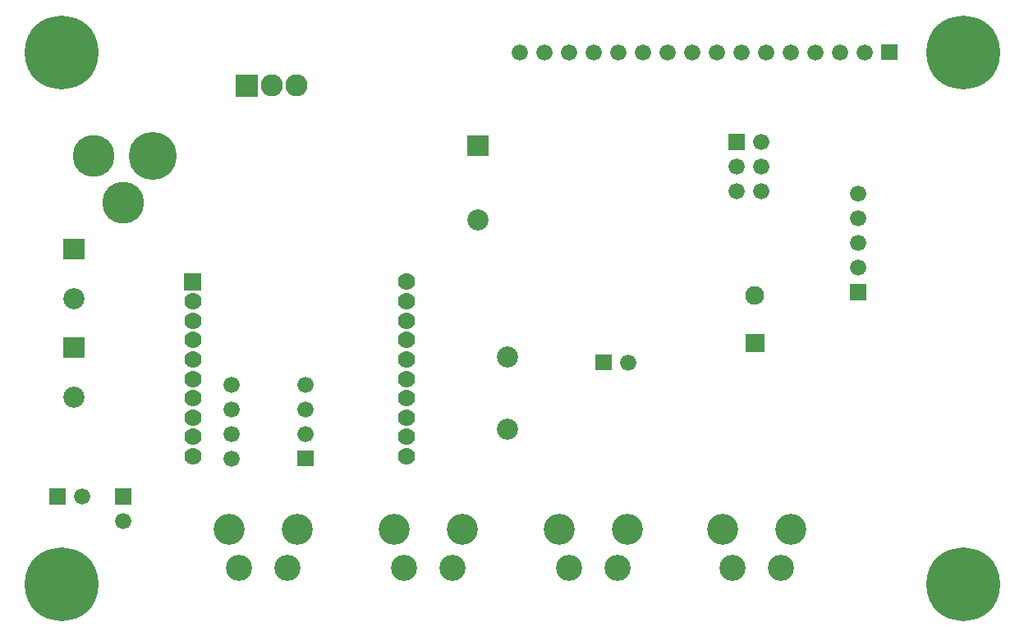
<source format=gbr>
G04 start of page 7 for group -4062 idx -4062 *
G04 Title: (unknown), soldermask *
G04 Creator: pcb 20110918 *
G04 CreationDate: Tue 05 Feb 2013 03:14:35 AM GMT UTC *
G04 For: railfan *
G04 Format: Gerber/RS-274X *
G04 PCB-Dimensions: 400000 250000 *
G04 PCB-Coordinate-Origin: lower left *
%MOIN*%
%FSLAX25Y25*%
%LNBOTTOMMASK*%
%ADD121C,0.0700*%
%ADD120C,0.0900*%
%ADD119C,0.1700*%
%ADD118C,0.1950*%
%ADD117C,0.0760*%
%ADD116C,0.0860*%
%ADD115C,0.0001*%
%ADD114C,0.0660*%
%ADD113C,0.1260*%
%ADD112C,0.1060*%
%ADD111C,0.2997*%
G54D111*X383000Y17000D03*
G54D112*X223000Y23500D03*
X242685D03*
G54D113*X219063Y39248D03*
X246622D03*
X285563D03*
X313122D03*
G54D112*X289500Y23500D03*
X309185D03*
G54D114*X313000Y233000D03*
X293000D03*
G54D115*G36*
X287700Y199800D02*Y193200D01*
X294300D01*
Y199800D01*
X287700D01*
G37*
G54D114*X291000Y186500D03*
Y176500D03*
X283000Y233000D03*
X273000D03*
X263000D03*
X253000D03*
X243000D03*
X233000D03*
X223000D03*
X213000D03*
X203000D03*
G54D115*G36*
X233700Y110300D02*Y103700D01*
X240300D01*
Y110300D01*
X233700D01*
G37*
G54D116*X198000Y79736D03*
Y109264D03*
G54D114*X247000Y107000D03*
X303000Y233000D03*
G54D115*G36*
X294700Y118694D02*Y111094D01*
X302300D01*
Y118694D01*
X294700D01*
G37*
G54D117*X298500Y134106D03*
G54D114*X301000Y196500D03*
Y186500D03*
Y176500D03*
G54D115*G36*
X349700Y236300D02*Y229700D01*
X356300D01*
Y236300D01*
X349700D01*
G37*
G54D114*X343000Y233000D03*
X333000D03*
X323000D03*
G54D115*G36*
X337200Y138800D02*Y132200D01*
X343800D01*
Y138800D01*
X337200D01*
G37*
G54D114*X340500Y145500D03*
Y155500D03*
Y165500D03*
Y175500D03*
G54D111*X383000Y233000D03*
X17000D03*
G54D115*G36*
X17700Y157300D02*Y148700D01*
X26300D01*
Y157300D01*
X17700D01*
G37*
G54D116*X22000Y133000D03*
G54D118*X54000Y191000D03*
G54D119*X30000D03*
X42000Y172000D03*
G54D111*X17000Y17000D03*
G54D115*G36*
X17700Y117300D02*Y108700D01*
X26300D01*
Y117300D01*
X17700D01*
G37*
G54D116*X22000Y93000D03*
G54D115*G36*
X12200Y55800D02*Y49200D01*
X18800D01*
Y55800D01*
X12200D01*
G37*
G54D114*X25500Y52500D03*
G54D115*G36*
X38700Y55800D02*Y49200D01*
X45300D01*
Y55800D01*
X38700D01*
G37*
G54D114*X42000Y42500D03*
G54D120*X112300Y219400D03*
X102300D03*
G54D115*G36*
X87800Y223900D02*Y214900D01*
X96800D01*
Y223900D01*
X87800D01*
G37*
G36*
X181700Y199300D02*Y190700D01*
X190300D01*
Y199300D01*
X181700D01*
G37*
G54D116*X186000Y165000D03*
G54D121*X157007Y139700D03*
Y131826D03*
Y123952D03*
Y116078D03*
Y108204D03*
Y100330D03*
Y92456D03*
Y84582D03*
Y76708D03*
Y68834D03*
G54D113*X152063Y39248D03*
G54D112*X156000Y23500D03*
X175685D03*
G54D113*X179622Y39248D03*
G54D115*G36*
X66893Y143200D02*Y136200D01*
X73893D01*
Y143200D01*
X66893D01*
G37*
G54D121*X70393Y131826D03*
Y123952D03*
Y116078D03*
Y108204D03*
Y100330D03*
Y92456D03*
Y84582D03*
Y76708D03*
G54D114*X86000Y98000D03*
Y88000D03*
Y78000D03*
G54D112*X89000Y23500D03*
G54D113*X85063Y39248D03*
G54D121*X70393Y68834D03*
G54D115*G36*
X112700Y71300D02*Y64700D01*
X119300D01*
Y71300D01*
X112700D01*
G37*
G54D114*X86000Y68000D03*
X116000Y78000D03*
Y88000D03*
Y98000D03*
G54D112*X108685Y23500D03*
G54D113*X112622Y39248D03*
M02*

</source>
